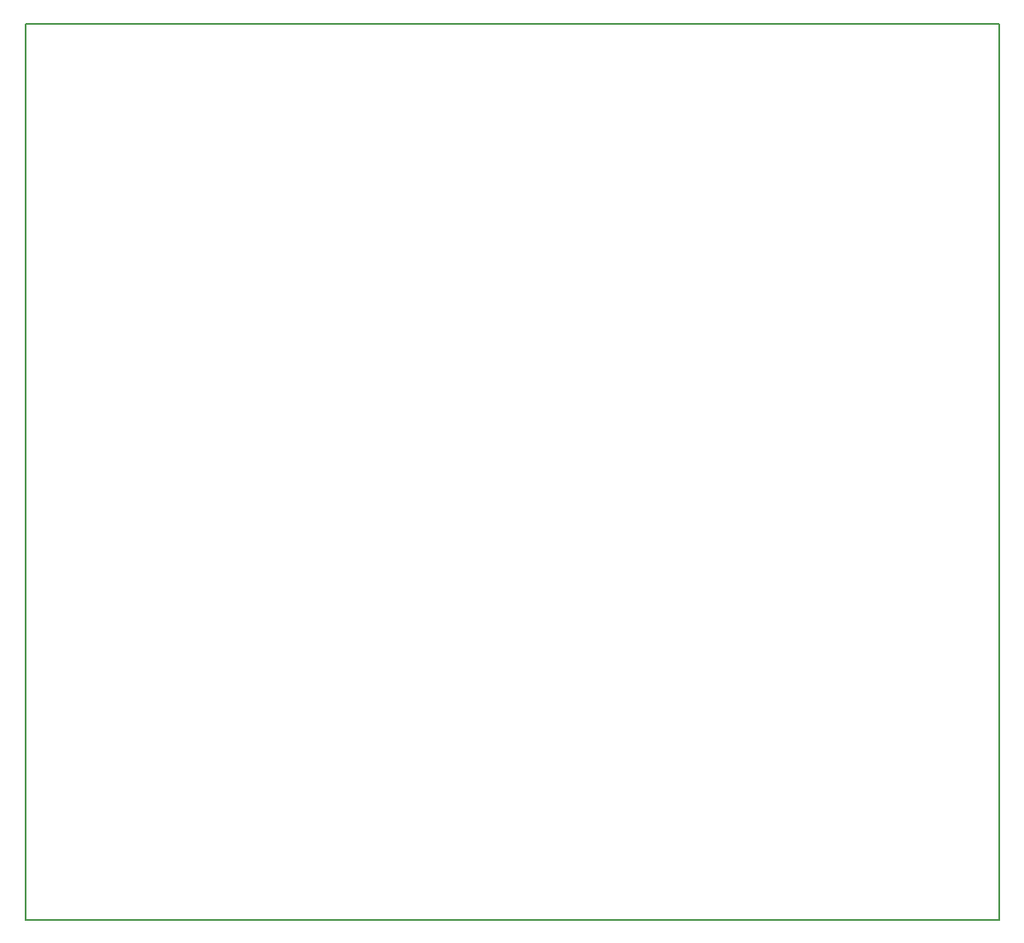
<source format=gbr>
G04 #@! TF.GenerationSoftware,KiCad,Pcbnew,5.1.4-e60b266~84~ubuntu16.04.1*
G04 #@! TF.CreationDate,2019-10-09T19:58:53-07:00*
G04 #@! TF.ProjectId,birdEar,62697264-4561-4722-9e6b-696361645f70,rev?*
G04 #@! TF.SameCoordinates,Original*
G04 #@! TF.FileFunction,Profile,NP*
%FSLAX46Y46*%
G04 Gerber Fmt 4.6, Leading zero omitted, Abs format (unit mm)*
G04 Created by KiCad (PCBNEW 5.1.4-e60b266~84~ubuntu16.04.1) date 2019-10-09 19:58:53*
%MOMM*%
%LPD*%
G04 APERTURE LIST*
%ADD10C,0.200000*%
G04 APERTURE END LIST*
D10*
X162560000Y-78740000D02*
X66040000Y-78740000D01*
X162560000Y-167640000D02*
X162560000Y-78740000D01*
X66040000Y-167640000D02*
X162560000Y-167640000D01*
X66040000Y-78740000D02*
X66040000Y-167640000D01*
M02*

</source>
